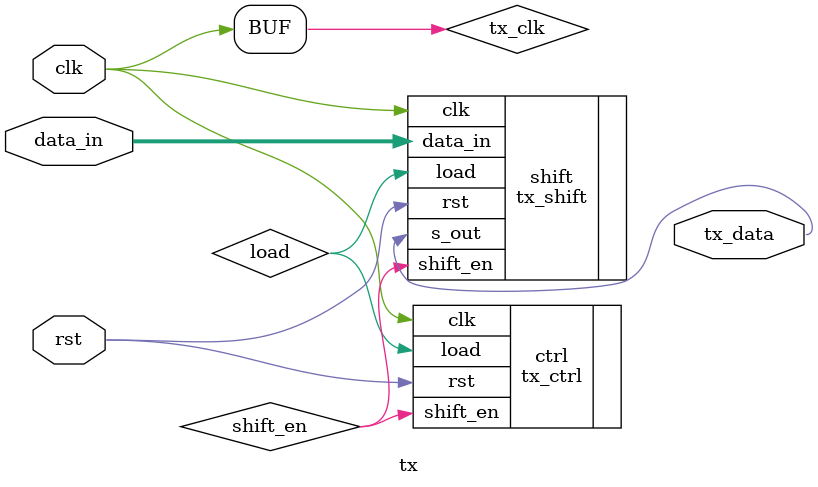
<source format=v>
module tx
#
(
    parameter DATA_WIDTH = 8
)
(
    input wire clk, rst,
    input wire [DATA_WIDTH - 1 : 0] data_in,
    output wire tx_data
);
    wire shift_en, load;
    wire tx_clk;

    assign tx_clk = clk;

    // uart_baud_rate baud(
    //     .clk(clk),
    //     .tx_clk(tx_clk)
    // );

    tx_shift shift(
        .clk(tx_clk), 
        .rst(rst),
        .shift_en(shift_en),
        .load(load),
        .data_in(data_in), 
        .s_out(tx_data)
    );

    tx_ctrl ctrl(
        .clk(clk),
        .rst(rst),
        .shift_en(shift_en),
        .load(load)
    );

endmodule

</source>
